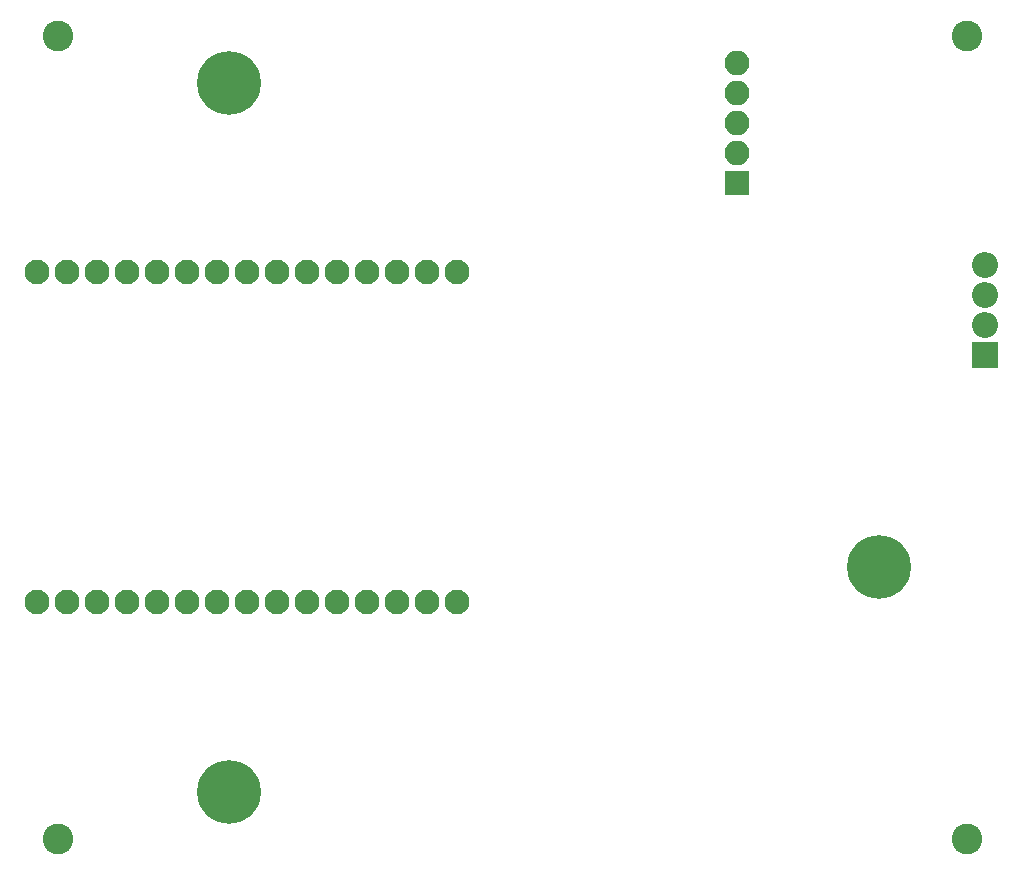
<source format=gbs>
G04 #@! TF.FileFunction,Soldermask,Bot*
%FSLAX46Y46*%
G04 Gerber Fmt 4.6, Leading zero omitted, Abs format (unit mm)*
G04 Created by KiCad (PCBNEW 4.0.5) date 02/25/17 14:43:24*
%MOMM*%
%LPD*%
G01*
G04 APERTURE LIST*
%ADD10C,0.200000*%
%ADD11C,5.400000*%
%ADD12R,2.200000X2.200000*%
%ADD13O,2.200000X2.200000*%
%ADD14C,2.600000*%
%ADD15R,2.100000X2.100000*%
%ADD16O,2.100000X2.100000*%
%ADD17C,2.100000*%
G04 APERTURE END LIST*
D10*
D11*
X193500000Y-94000000D03*
X138500000Y-113000000D03*
X138500000Y-53000000D03*
D12*
X202500000Y-76000000D03*
D13*
X202500000Y-73460000D03*
X202500000Y-70920000D03*
X202500000Y-68380000D03*
D14*
X201000000Y-117000000D03*
X201000000Y-49000000D03*
X124000000Y-49000000D03*
X124000000Y-117000000D03*
D15*
X181500000Y-61500000D03*
D16*
X181500000Y-58960000D03*
X181500000Y-56420000D03*
X181500000Y-53880000D03*
X181500000Y-51340000D03*
D17*
X122220000Y-96970000D03*
X124760000Y-96970000D03*
X127300000Y-96970000D03*
X129840000Y-96970000D03*
X132380000Y-96970000D03*
X134920000Y-96970000D03*
X137460000Y-96970000D03*
X140000000Y-96970000D03*
X142540000Y-96970000D03*
X145080000Y-96970000D03*
X147620000Y-96970000D03*
X150160000Y-96970000D03*
X152700000Y-96970000D03*
X155240000Y-96970000D03*
X157780000Y-96970000D03*
X157780000Y-69030000D03*
X155240000Y-69030000D03*
X152700000Y-69030000D03*
X150160000Y-69030000D03*
X147620000Y-69030000D03*
X145080000Y-69030000D03*
X142540000Y-69030000D03*
X140000000Y-69030000D03*
X137460000Y-69030000D03*
X134920000Y-69030000D03*
X132380000Y-69030000D03*
X129840000Y-69030000D03*
X127300000Y-69030000D03*
X124760000Y-69030000D03*
X122220000Y-69030000D03*
M02*

</source>
